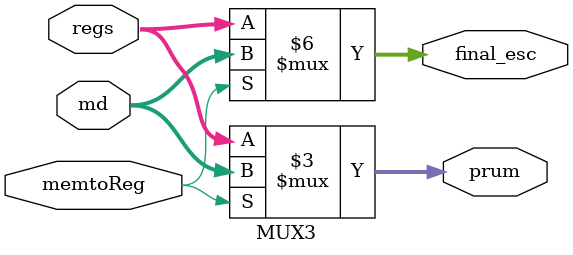
<source format=v>
module MUX3(
	input memtoReg,
	input[31:0] regs,md,
	output reg [31:0]final_esc,
	output reg [31:0]prum//para debug
);

always @*
begin 
	if(memtoReg)
	begin
		final_esc=md;//readData de dataMemory 
		prum=final_esc;
	end
	else
	begin
		final_esc=regs;//viene de ALUresult
		prum=final_esc;
	end
end

endmodule	
</source>
